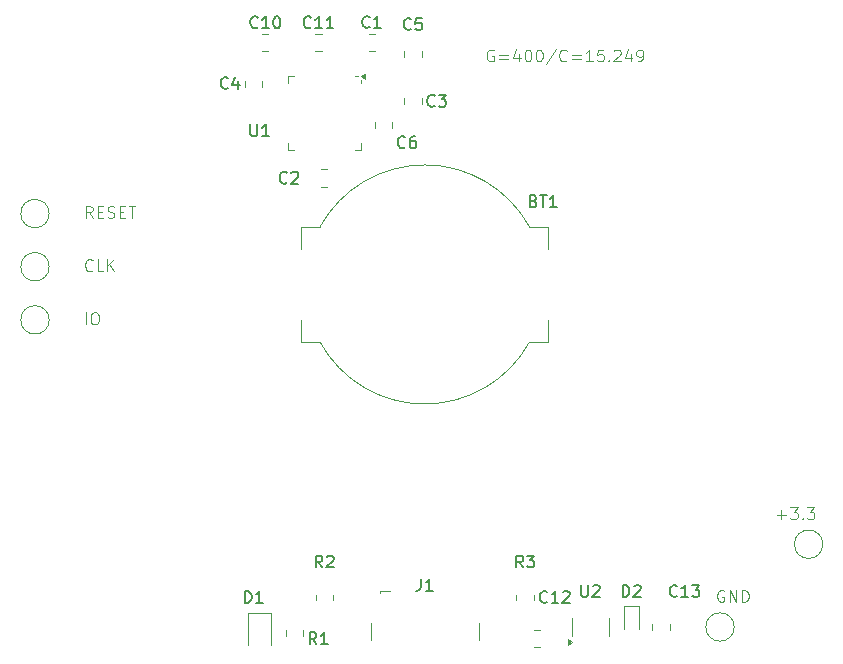
<source format=gbr>
%TF.GenerationSoftware,KiCad,Pcbnew,8.0.3-8.0.3-0~ubuntu24.04.1*%
%TF.CreationDate,2024-06-13T23:21:11+05:00*%
%TF.ProjectId,solartap_mcu_clear_60x60_g400,736f6c61-7274-4617-905f-6d63755f636c,rev?*%
%TF.SameCoordinates,Original*%
%TF.FileFunction,Legend,Top*%
%TF.FilePolarity,Positive*%
%FSLAX46Y46*%
G04 Gerber Fmt 4.6, Leading zero omitted, Abs format (unit mm)*
G04 Created by KiCad (PCBNEW 8.0.3-8.0.3-0~ubuntu24.04.1) date 2024-06-13 23:21:11*
%MOMM*%
%LPD*%
G01*
G04 APERTURE LIST*
%ADD10C,0.100000*%
%ADD11C,0.150000*%
%ADD12C,0.120000*%
G04 APERTURE END LIST*
D10*
X100827693Y-57670038D02*
X100732455Y-57622419D01*
X100732455Y-57622419D02*
X100589598Y-57622419D01*
X100589598Y-57622419D02*
X100446741Y-57670038D01*
X100446741Y-57670038D02*
X100351503Y-57765276D01*
X100351503Y-57765276D02*
X100303884Y-57860514D01*
X100303884Y-57860514D02*
X100256265Y-58050990D01*
X100256265Y-58050990D02*
X100256265Y-58193847D01*
X100256265Y-58193847D02*
X100303884Y-58384323D01*
X100303884Y-58384323D02*
X100351503Y-58479561D01*
X100351503Y-58479561D02*
X100446741Y-58574800D01*
X100446741Y-58574800D02*
X100589598Y-58622419D01*
X100589598Y-58622419D02*
X100684836Y-58622419D01*
X100684836Y-58622419D02*
X100827693Y-58574800D01*
X100827693Y-58574800D02*
X100875312Y-58527180D01*
X100875312Y-58527180D02*
X100875312Y-58193847D01*
X100875312Y-58193847D02*
X100684836Y-58193847D01*
X101303884Y-58098609D02*
X102065789Y-58098609D01*
X102065789Y-58384323D02*
X101303884Y-58384323D01*
X102970550Y-57955752D02*
X102970550Y-58622419D01*
X102732455Y-57574800D02*
X102494360Y-58289085D01*
X102494360Y-58289085D02*
X103113407Y-58289085D01*
X103684836Y-57622419D02*
X103780074Y-57622419D01*
X103780074Y-57622419D02*
X103875312Y-57670038D01*
X103875312Y-57670038D02*
X103922931Y-57717657D01*
X103922931Y-57717657D02*
X103970550Y-57812895D01*
X103970550Y-57812895D02*
X104018169Y-58003371D01*
X104018169Y-58003371D02*
X104018169Y-58241466D01*
X104018169Y-58241466D02*
X103970550Y-58431942D01*
X103970550Y-58431942D02*
X103922931Y-58527180D01*
X103922931Y-58527180D02*
X103875312Y-58574800D01*
X103875312Y-58574800D02*
X103780074Y-58622419D01*
X103780074Y-58622419D02*
X103684836Y-58622419D01*
X103684836Y-58622419D02*
X103589598Y-58574800D01*
X103589598Y-58574800D02*
X103541979Y-58527180D01*
X103541979Y-58527180D02*
X103494360Y-58431942D01*
X103494360Y-58431942D02*
X103446741Y-58241466D01*
X103446741Y-58241466D02*
X103446741Y-58003371D01*
X103446741Y-58003371D02*
X103494360Y-57812895D01*
X103494360Y-57812895D02*
X103541979Y-57717657D01*
X103541979Y-57717657D02*
X103589598Y-57670038D01*
X103589598Y-57670038D02*
X103684836Y-57622419D01*
X104637217Y-57622419D02*
X104732455Y-57622419D01*
X104732455Y-57622419D02*
X104827693Y-57670038D01*
X104827693Y-57670038D02*
X104875312Y-57717657D01*
X104875312Y-57717657D02*
X104922931Y-57812895D01*
X104922931Y-57812895D02*
X104970550Y-58003371D01*
X104970550Y-58003371D02*
X104970550Y-58241466D01*
X104970550Y-58241466D02*
X104922931Y-58431942D01*
X104922931Y-58431942D02*
X104875312Y-58527180D01*
X104875312Y-58527180D02*
X104827693Y-58574800D01*
X104827693Y-58574800D02*
X104732455Y-58622419D01*
X104732455Y-58622419D02*
X104637217Y-58622419D01*
X104637217Y-58622419D02*
X104541979Y-58574800D01*
X104541979Y-58574800D02*
X104494360Y-58527180D01*
X104494360Y-58527180D02*
X104446741Y-58431942D01*
X104446741Y-58431942D02*
X104399122Y-58241466D01*
X104399122Y-58241466D02*
X104399122Y-58003371D01*
X104399122Y-58003371D02*
X104446741Y-57812895D01*
X104446741Y-57812895D02*
X104494360Y-57717657D01*
X104494360Y-57717657D02*
X104541979Y-57670038D01*
X104541979Y-57670038D02*
X104637217Y-57622419D01*
X106113407Y-57574800D02*
X105256265Y-58860514D01*
X107018169Y-58527180D02*
X106970550Y-58574800D01*
X106970550Y-58574800D02*
X106827693Y-58622419D01*
X106827693Y-58622419D02*
X106732455Y-58622419D01*
X106732455Y-58622419D02*
X106589598Y-58574800D01*
X106589598Y-58574800D02*
X106494360Y-58479561D01*
X106494360Y-58479561D02*
X106446741Y-58384323D01*
X106446741Y-58384323D02*
X106399122Y-58193847D01*
X106399122Y-58193847D02*
X106399122Y-58050990D01*
X106399122Y-58050990D02*
X106446741Y-57860514D01*
X106446741Y-57860514D02*
X106494360Y-57765276D01*
X106494360Y-57765276D02*
X106589598Y-57670038D01*
X106589598Y-57670038D02*
X106732455Y-57622419D01*
X106732455Y-57622419D02*
X106827693Y-57622419D01*
X106827693Y-57622419D02*
X106970550Y-57670038D01*
X106970550Y-57670038D02*
X107018169Y-57717657D01*
X107446741Y-58098609D02*
X108208646Y-58098609D01*
X108208646Y-58384323D02*
X107446741Y-58384323D01*
X109208645Y-58622419D02*
X108637217Y-58622419D01*
X108922931Y-58622419D02*
X108922931Y-57622419D01*
X108922931Y-57622419D02*
X108827693Y-57765276D01*
X108827693Y-57765276D02*
X108732455Y-57860514D01*
X108732455Y-57860514D02*
X108637217Y-57908133D01*
X110113407Y-57622419D02*
X109637217Y-57622419D01*
X109637217Y-57622419D02*
X109589598Y-58098609D01*
X109589598Y-58098609D02*
X109637217Y-58050990D01*
X109637217Y-58050990D02*
X109732455Y-58003371D01*
X109732455Y-58003371D02*
X109970550Y-58003371D01*
X109970550Y-58003371D02*
X110065788Y-58050990D01*
X110065788Y-58050990D02*
X110113407Y-58098609D01*
X110113407Y-58098609D02*
X110161026Y-58193847D01*
X110161026Y-58193847D02*
X110161026Y-58431942D01*
X110161026Y-58431942D02*
X110113407Y-58527180D01*
X110113407Y-58527180D02*
X110065788Y-58574800D01*
X110065788Y-58574800D02*
X109970550Y-58622419D01*
X109970550Y-58622419D02*
X109732455Y-58622419D01*
X109732455Y-58622419D02*
X109637217Y-58574800D01*
X109637217Y-58574800D02*
X109589598Y-58527180D01*
X110589598Y-58527180D02*
X110637217Y-58574800D01*
X110637217Y-58574800D02*
X110589598Y-58622419D01*
X110589598Y-58622419D02*
X110541979Y-58574800D01*
X110541979Y-58574800D02*
X110589598Y-58527180D01*
X110589598Y-58527180D02*
X110589598Y-58622419D01*
X111018169Y-57717657D02*
X111065788Y-57670038D01*
X111065788Y-57670038D02*
X111161026Y-57622419D01*
X111161026Y-57622419D02*
X111399121Y-57622419D01*
X111399121Y-57622419D02*
X111494359Y-57670038D01*
X111494359Y-57670038D02*
X111541978Y-57717657D01*
X111541978Y-57717657D02*
X111589597Y-57812895D01*
X111589597Y-57812895D02*
X111589597Y-57908133D01*
X111589597Y-57908133D02*
X111541978Y-58050990D01*
X111541978Y-58050990D02*
X110970550Y-58622419D01*
X110970550Y-58622419D02*
X111589597Y-58622419D01*
X112446740Y-57955752D02*
X112446740Y-58622419D01*
X112208645Y-57574800D02*
X111970550Y-58289085D01*
X111970550Y-58289085D02*
X112589597Y-58289085D01*
X113018169Y-58622419D02*
X113208645Y-58622419D01*
X113208645Y-58622419D02*
X113303883Y-58574800D01*
X113303883Y-58574800D02*
X113351502Y-58527180D01*
X113351502Y-58527180D02*
X113446740Y-58384323D01*
X113446740Y-58384323D02*
X113494359Y-58193847D01*
X113494359Y-58193847D02*
X113494359Y-57812895D01*
X113494359Y-57812895D02*
X113446740Y-57717657D01*
X113446740Y-57717657D02*
X113399121Y-57670038D01*
X113399121Y-57670038D02*
X113303883Y-57622419D01*
X113303883Y-57622419D02*
X113113407Y-57622419D01*
X113113407Y-57622419D02*
X113018169Y-57670038D01*
X113018169Y-57670038D02*
X112970550Y-57717657D01*
X112970550Y-57717657D02*
X112922931Y-57812895D01*
X112922931Y-57812895D02*
X112922931Y-58050990D01*
X112922931Y-58050990D02*
X112970550Y-58146228D01*
X112970550Y-58146228D02*
X113018169Y-58193847D01*
X113018169Y-58193847D02*
X113113407Y-58241466D01*
X113113407Y-58241466D02*
X113303883Y-58241466D01*
X113303883Y-58241466D02*
X113399121Y-58193847D01*
X113399121Y-58193847D02*
X113446740Y-58146228D01*
X113446740Y-58146228D02*
X113494359Y-58050990D01*
X66875312Y-71872419D02*
X66541979Y-71396228D01*
X66303884Y-71872419D02*
X66303884Y-70872419D01*
X66303884Y-70872419D02*
X66684836Y-70872419D01*
X66684836Y-70872419D02*
X66780074Y-70920038D01*
X66780074Y-70920038D02*
X66827693Y-70967657D01*
X66827693Y-70967657D02*
X66875312Y-71062895D01*
X66875312Y-71062895D02*
X66875312Y-71205752D01*
X66875312Y-71205752D02*
X66827693Y-71300990D01*
X66827693Y-71300990D02*
X66780074Y-71348609D01*
X66780074Y-71348609D02*
X66684836Y-71396228D01*
X66684836Y-71396228D02*
X66303884Y-71396228D01*
X67303884Y-71348609D02*
X67637217Y-71348609D01*
X67780074Y-71872419D02*
X67303884Y-71872419D01*
X67303884Y-71872419D02*
X67303884Y-70872419D01*
X67303884Y-70872419D02*
X67780074Y-70872419D01*
X68161027Y-71824800D02*
X68303884Y-71872419D01*
X68303884Y-71872419D02*
X68541979Y-71872419D01*
X68541979Y-71872419D02*
X68637217Y-71824800D01*
X68637217Y-71824800D02*
X68684836Y-71777180D01*
X68684836Y-71777180D02*
X68732455Y-71681942D01*
X68732455Y-71681942D02*
X68732455Y-71586704D01*
X68732455Y-71586704D02*
X68684836Y-71491466D01*
X68684836Y-71491466D02*
X68637217Y-71443847D01*
X68637217Y-71443847D02*
X68541979Y-71396228D01*
X68541979Y-71396228D02*
X68351503Y-71348609D01*
X68351503Y-71348609D02*
X68256265Y-71300990D01*
X68256265Y-71300990D02*
X68208646Y-71253371D01*
X68208646Y-71253371D02*
X68161027Y-71158133D01*
X68161027Y-71158133D02*
X68161027Y-71062895D01*
X68161027Y-71062895D02*
X68208646Y-70967657D01*
X68208646Y-70967657D02*
X68256265Y-70920038D01*
X68256265Y-70920038D02*
X68351503Y-70872419D01*
X68351503Y-70872419D02*
X68589598Y-70872419D01*
X68589598Y-70872419D02*
X68732455Y-70920038D01*
X69161027Y-71348609D02*
X69494360Y-71348609D01*
X69637217Y-71872419D02*
X69161027Y-71872419D01*
X69161027Y-71872419D02*
X69161027Y-70872419D01*
X69161027Y-70872419D02*
X69637217Y-70872419D01*
X69922932Y-70872419D02*
X70494360Y-70872419D01*
X70208646Y-71872419D02*
X70208646Y-70872419D01*
X124803884Y-96991466D02*
X125565789Y-96991466D01*
X125184836Y-97372419D02*
X125184836Y-96610514D01*
X125946741Y-96372419D02*
X126565788Y-96372419D01*
X126565788Y-96372419D02*
X126232455Y-96753371D01*
X126232455Y-96753371D02*
X126375312Y-96753371D01*
X126375312Y-96753371D02*
X126470550Y-96800990D01*
X126470550Y-96800990D02*
X126518169Y-96848609D01*
X126518169Y-96848609D02*
X126565788Y-96943847D01*
X126565788Y-96943847D02*
X126565788Y-97181942D01*
X126565788Y-97181942D02*
X126518169Y-97277180D01*
X126518169Y-97277180D02*
X126470550Y-97324800D01*
X126470550Y-97324800D02*
X126375312Y-97372419D01*
X126375312Y-97372419D02*
X126089598Y-97372419D01*
X126089598Y-97372419D02*
X125994360Y-97324800D01*
X125994360Y-97324800D02*
X125946741Y-97277180D01*
X126994360Y-97277180D02*
X127041979Y-97324800D01*
X127041979Y-97324800D02*
X126994360Y-97372419D01*
X126994360Y-97372419D02*
X126946741Y-97324800D01*
X126946741Y-97324800D02*
X126994360Y-97277180D01*
X126994360Y-97277180D02*
X126994360Y-97372419D01*
X127375312Y-96372419D02*
X127994359Y-96372419D01*
X127994359Y-96372419D02*
X127661026Y-96753371D01*
X127661026Y-96753371D02*
X127803883Y-96753371D01*
X127803883Y-96753371D02*
X127899121Y-96800990D01*
X127899121Y-96800990D02*
X127946740Y-96848609D01*
X127946740Y-96848609D02*
X127994359Y-96943847D01*
X127994359Y-96943847D02*
X127994359Y-97181942D01*
X127994359Y-97181942D02*
X127946740Y-97277180D01*
X127946740Y-97277180D02*
X127899121Y-97324800D01*
X127899121Y-97324800D02*
X127803883Y-97372419D01*
X127803883Y-97372419D02*
X127518169Y-97372419D01*
X127518169Y-97372419D02*
X127422931Y-97324800D01*
X127422931Y-97324800D02*
X127375312Y-97277180D01*
X66303884Y-80872419D02*
X66303884Y-79872419D01*
X66970550Y-79872419D02*
X67161026Y-79872419D01*
X67161026Y-79872419D02*
X67256264Y-79920038D01*
X67256264Y-79920038D02*
X67351502Y-80015276D01*
X67351502Y-80015276D02*
X67399121Y-80205752D01*
X67399121Y-80205752D02*
X67399121Y-80539085D01*
X67399121Y-80539085D02*
X67351502Y-80729561D01*
X67351502Y-80729561D02*
X67256264Y-80824800D01*
X67256264Y-80824800D02*
X67161026Y-80872419D01*
X67161026Y-80872419D02*
X66970550Y-80872419D01*
X66970550Y-80872419D02*
X66875312Y-80824800D01*
X66875312Y-80824800D02*
X66780074Y-80729561D01*
X66780074Y-80729561D02*
X66732455Y-80539085D01*
X66732455Y-80539085D02*
X66732455Y-80205752D01*
X66732455Y-80205752D02*
X66780074Y-80015276D01*
X66780074Y-80015276D02*
X66875312Y-79920038D01*
X66875312Y-79920038D02*
X66970550Y-79872419D01*
X120327693Y-103420038D02*
X120232455Y-103372419D01*
X120232455Y-103372419D02*
X120089598Y-103372419D01*
X120089598Y-103372419D02*
X119946741Y-103420038D01*
X119946741Y-103420038D02*
X119851503Y-103515276D01*
X119851503Y-103515276D02*
X119803884Y-103610514D01*
X119803884Y-103610514D02*
X119756265Y-103800990D01*
X119756265Y-103800990D02*
X119756265Y-103943847D01*
X119756265Y-103943847D02*
X119803884Y-104134323D01*
X119803884Y-104134323D02*
X119851503Y-104229561D01*
X119851503Y-104229561D02*
X119946741Y-104324800D01*
X119946741Y-104324800D02*
X120089598Y-104372419D01*
X120089598Y-104372419D02*
X120184836Y-104372419D01*
X120184836Y-104372419D02*
X120327693Y-104324800D01*
X120327693Y-104324800D02*
X120375312Y-104277180D01*
X120375312Y-104277180D02*
X120375312Y-103943847D01*
X120375312Y-103943847D02*
X120184836Y-103943847D01*
X120803884Y-104372419D02*
X120803884Y-103372419D01*
X120803884Y-103372419D02*
X121375312Y-104372419D01*
X121375312Y-104372419D02*
X121375312Y-103372419D01*
X121851503Y-104372419D02*
X121851503Y-103372419D01*
X121851503Y-103372419D02*
X122089598Y-103372419D01*
X122089598Y-103372419D02*
X122232455Y-103420038D01*
X122232455Y-103420038D02*
X122327693Y-103515276D01*
X122327693Y-103515276D02*
X122375312Y-103610514D01*
X122375312Y-103610514D02*
X122422931Y-103800990D01*
X122422931Y-103800990D02*
X122422931Y-103943847D01*
X122422931Y-103943847D02*
X122375312Y-104134323D01*
X122375312Y-104134323D02*
X122327693Y-104229561D01*
X122327693Y-104229561D02*
X122232455Y-104324800D01*
X122232455Y-104324800D02*
X122089598Y-104372419D01*
X122089598Y-104372419D02*
X121851503Y-104372419D01*
X66875312Y-76277180D02*
X66827693Y-76324800D01*
X66827693Y-76324800D02*
X66684836Y-76372419D01*
X66684836Y-76372419D02*
X66589598Y-76372419D01*
X66589598Y-76372419D02*
X66446741Y-76324800D01*
X66446741Y-76324800D02*
X66351503Y-76229561D01*
X66351503Y-76229561D02*
X66303884Y-76134323D01*
X66303884Y-76134323D02*
X66256265Y-75943847D01*
X66256265Y-75943847D02*
X66256265Y-75800990D01*
X66256265Y-75800990D02*
X66303884Y-75610514D01*
X66303884Y-75610514D02*
X66351503Y-75515276D01*
X66351503Y-75515276D02*
X66446741Y-75420038D01*
X66446741Y-75420038D02*
X66589598Y-75372419D01*
X66589598Y-75372419D02*
X66684836Y-75372419D01*
X66684836Y-75372419D02*
X66827693Y-75420038D01*
X66827693Y-75420038D02*
X66875312Y-75467657D01*
X67780074Y-76372419D02*
X67303884Y-76372419D01*
X67303884Y-76372419D02*
X67303884Y-75372419D01*
X68113408Y-76372419D02*
X68113408Y-75372419D01*
X68684836Y-76372419D02*
X68256265Y-75800990D01*
X68684836Y-75372419D02*
X68113408Y-75943847D01*
D11*
X93833333Y-55859580D02*
X93785714Y-55907200D01*
X93785714Y-55907200D02*
X93642857Y-55954819D01*
X93642857Y-55954819D02*
X93547619Y-55954819D01*
X93547619Y-55954819D02*
X93404762Y-55907200D01*
X93404762Y-55907200D02*
X93309524Y-55811961D01*
X93309524Y-55811961D02*
X93261905Y-55716723D01*
X93261905Y-55716723D02*
X93214286Y-55526247D01*
X93214286Y-55526247D02*
X93214286Y-55383390D01*
X93214286Y-55383390D02*
X93261905Y-55192914D01*
X93261905Y-55192914D02*
X93309524Y-55097676D01*
X93309524Y-55097676D02*
X93404762Y-55002438D01*
X93404762Y-55002438D02*
X93547619Y-54954819D01*
X93547619Y-54954819D02*
X93642857Y-54954819D01*
X93642857Y-54954819D02*
X93785714Y-55002438D01*
X93785714Y-55002438D02*
X93833333Y-55050057D01*
X94738095Y-54954819D02*
X94261905Y-54954819D01*
X94261905Y-54954819D02*
X94214286Y-55431009D01*
X94214286Y-55431009D02*
X94261905Y-55383390D01*
X94261905Y-55383390D02*
X94357143Y-55335771D01*
X94357143Y-55335771D02*
X94595238Y-55335771D01*
X94595238Y-55335771D02*
X94690476Y-55383390D01*
X94690476Y-55383390D02*
X94738095Y-55431009D01*
X94738095Y-55431009D02*
X94785714Y-55526247D01*
X94785714Y-55526247D02*
X94785714Y-55764342D01*
X94785714Y-55764342D02*
X94738095Y-55859580D01*
X94738095Y-55859580D02*
X94690476Y-55907200D01*
X94690476Y-55907200D02*
X94595238Y-55954819D01*
X94595238Y-55954819D02*
X94357143Y-55954819D01*
X94357143Y-55954819D02*
X94261905Y-55907200D01*
X94261905Y-55907200D02*
X94214286Y-55859580D01*
X78333333Y-60859580D02*
X78285714Y-60907200D01*
X78285714Y-60907200D02*
X78142857Y-60954819D01*
X78142857Y-60954819D02*
X78047619Y-60954819D01*
X78047619Y-60954819D02*
X77904762Y-60907200D01*
X77904762Y-60907200D02*
X77809524Y-60811961D01*
X77809524Y-60811961D02*
X77761905Y-60716723D01*
X77761905Y-60716723D02*
X77714286Y-60526247D01*
X77714286Y-60526247D02*
X77714286Y-60383390D01*
X77714286Y-60383390D02*
X77761905Y-60192914D01*
X77761905Y-60192914D02*
X77809524Y-60097676D01*
X77809524Y-60097676D02*
X77904762Y-60002438D01*
X77904762Y-60002438D02*
X78047619Y-59954819D01*
X78047619Y-59954819D02*
X78142857Y-59954819D01*
X78142857Y-59954819D02*
X78285714Y-60002438D01*
X78285714Y-60002438D02*
X78333333Y-60050057D01*
X79190476Y-60288152D02*
X79190476Y-60954819D01*
X78952381Y-59907200D02*
X78714286Y-60621485D01*
X78714286Y-60621485D02*
X79333333Y-60621485D01*
X95833333Y-62359580D02*
X95785714Y-62407200D01*
X95785714Y-62407200D02*
X95642857Y-62454819D01*
X95642857Y-62454819D02*
X95547619Y-62454819D01*
X95547619Y-62454819D02*
X95404762Y-62407200D01*
X95404762Y-62407200D02*
X95309524Y-62311961D01*
X95309524Y-62311961D02*
X95261905Y-62216723D01*
X95261905Y-62216723D02*
X95214286Y-62026247D01*
X95214286Y-62026247D02*
X95214286Y-61883390D01*
X95214286Y-61883390D02*
X95261905Y-61692914D01*
X95261905Y-61692914D02*
X95309524Y-61597676D01*
X95309524Y-61597676D02*
X95404762Y-61502438D01*
X95404762Y-61502438D02*
X95547619Y-61454819D01*
X95547619Y-61454819D02*
X95642857Y-61454819D01*
X95642857Y-61454819D02*
X95785714Y-61502438D01*
X95785714Y-61502438D02*
X95833333Y-61550057D01*
X96166667Y-61454819D02*
X96785714Y-61454819D01*
X96785714Y-61454819D02*
X96452381Y-61835771D01*
X96452381Y-61835771D02*
X96595238Y-61835771D01*
X96595238Y-61835771D02*
X96690476Y-61883390D01*
X96690476Y-61883390D02*
X96738095Y-61931009D01*
X96738095Y-61931009D02*
X96785714Y-62026247D01*
X96785714Y-62026247D02*
X96785714Y-62264342D01*
X96785714Y-62264342D02*
X96738095Y-62359580D01*
X96738095Y-62359580D02*
X96690476Y-62407200D01*
X96690476Y-62407200D02*
X96595238Y-62454819D01*
X96595238Y-62454819D02*
X96309524Y-62454819D01*
X96309524Y-62454819D02*
X96214286Y-62407200D01*
X96214286Y-62407200D02*
X96166667Y-62359580D01*
X105357142Y-104359580D02*
X105309523Y-104407200D01*
X105309523Y-104407200D02*
X105166666Y-104454819D01*
X105166666Y-104454819D02*
X105071428Y-104454819D01*
X105071428Y-104454819D02*
X104928571Y-104407200D01*
X104928571Y-104407200D02*
X104833333Y-104311961D01*
X104833333Y-104311961D02*
X104785714Y-104216723D01*
X104785714Y-104216723D02*
X104738095Y-104026247D01*
X104738095Y-104026247D02*
X104738095Y-103883390D01*
X104738095Y-103883390D02*
X104785714Y-103692914D01*
X104785714Y-103692914D02*
X104833333Y-103597676D01*
X104833333Y-103597676D02*
X104928571Y-103502438D01*
X104928571Y-103502438D02*
X105071428Y-103454819D01*
X105071428Y-103454819D02*
X105166666Y-103454819D01*
X105166666Y-103454819D02*
X105309523Y-103502438D01*
X105309523Y-103502438D02*
X105357142Y-103550057D01*
X106309523Y-104454819D02*
X105738095Y-104454819D01*
X106023809Y-104454819D02*
X106023809Y-103454819D01*
X106023809Y-103454819D02*
X105928571Y-103597676D01*
X105928571Y-103597676D02*
X105833333Y-103692914D01*
X105833333Y-103692914D02*
X105738095Y-103740533D01*
X106690476Y-103550057D02*
X106738095Y-103502438D01*
X106738095Y-103502438D02*
X106833333Y-103454819D01*
X106833333Y-103454819D02*
X107071428Y-103454819D01*
X107071428Y-103454819D02*
X107166666Y-103502438D01*
X107166666Y-103502438D02*
X107214285Y-103550057D01*
X107214285Y-103550057D02*
X107261904Y-103645295D01*
X107261904Y-103645295D02*
X107261904Y-103740533D01*
X107261904Y-103740533D02*
X107214285Y-103883390D01*
X107214285Y-103883390D02*
X106642857Y-104454819D01*
X106642857Y-104454819D02*
X107261904Y-104454819D01*
X116357142Y-103859580D02*
X116309523Y-103907200D01*
X116309523Y-103907200D02*
X116166666Y-103954819D01*
X116166666Y-103954819D02*
X116071428Y-103954819D01*
X116071428Y-103954819D02*
X115928571Y-103907200D01*
X115928571Y-103907200D02*
X115833333Y-103811961D01*
X115833333Y-103811961D02*
X115785714Y-103716723D01*
X115785714Y-103716723D02*
X115738095Y-103526247D01*
X115738095Y-103526247D02*
X115738095Y-103383390D01*
X115738095Y-103383390D02*
X115785714Y-103192914D01*
X115785714Y-103192914D02*
X115833333Y-103097676D01*
X115833333Y-103097676D02*
X115928571Y-103002438D01*
X115928571Y-103002438D02*
X116071428Y-102954819D01*
X116071428Y-102954819D02*
X116166666Y-102954819D01*
X116166666Y-102954819D02*
X116309523Y-103002438D01*
X116309523Y-103002438D02*
X116357142Y-103050057D01*
X117309523Y-103954819D02*
X116738095Y-103954819D01*
X117023809Y-103954819D02*
X117023809Y-102954819D01*
X117023809Y-102954819D02*
X116928571Y-103097676D01*
X116928571Y-103097676D02*
X116833333Y-103192914D01*
X116833333Y-103192914D02*
X116738095Y-103240533D01*
X117642857Y-102954819D02*
X118261904Y-102954819D01*
X118261904Y-102954819D02*
X117928571Y-103335771D01*
X117928571Y-103335771D02*
X118071428Y-103335771D01*
X118071428Y-103335771D02*
X118166666Y-103383390D01*
X118166666Y-103383390D02*
X118214285Y-103431009D01*
X118214285Y-103431009D02*
X118261904Y-103526247D01*
X118261904Y-103526247D02*
X118261904Y-103764342D01*
X118261904Y-103764342D02*
X118214285Y-103859580D01*
X118214285Y-103859580D02*
X118166666Y-103907200D01*
X118166666Y-103907200D02*
X118071428Y-103954819D01*
X118071428Y-103954819D02*
X117785714Y-103954819D01*
X117785714Y-103954819D02*
X117690476Y-103907200D01*
X117690476Y-103907200D02*
X117642857Y-103859580D01*
X85833333Y-107954819D02*
X85500000Y-107478628D01*
X85261905Y-107954819D02*
X85261905Y-106954819D01*
X85261905Y-106954819D02*
X85642857Y-106954819D01*
X85642857Y-106954819D02*
X85738095Y-107002438D01*
X85738095Y-107002438D02*
X85785714Y-107050057D01*
X85785714Y-107050057D02*
X85833333Y-107145295D01*
X85833333Y-107145295D02*
X85833333Y-107288152D01*
X85833333Y-107288152D02*
X85785714Y-107383390D01*
X85785714Y-107383390D02*
X85738095Y-107431009D01*
X85738095Y-107431009D02*
X85642857Y-107478628D01*
X85642857Y-107478628D02*
X85261905Y-107478628D01*
X86785714Y-107954819D02*
X86214286Y-107954819D01*
X86500000Y-107954819D02*
X86500000Y-106954819D01*
X86500000Y-106954819D02*
X86404762Y-107097676D01*
X86404762Y-107097676D02*
X86309524Y-107192914D01*
X86309524Y-107192914D02*
X86214286Y-107240533D01*
X80857142Y-55709580D02*
X80809523Y-55757200D01*
X80809523Y-55757200D02*
X80666666Y-55804819D01*
X80666666Y-55804819D02*
X80571428Y-55804819D01*
X80571428Y-55804819D02*
X80428571Y-55757200D01*
X80428571Y-55757200D02*
X80333333Y-55661961D01*
X80333333Y-55661961D02*
X80285714Y-55566723D01*
X80285714Y-55566723D02*
X80238095Y-55376247D01*
X80238095Y-55376247D02*
X80238095Y-55233390D01*
X80238095Y-55233390D02*
X80285714Y-55042914D01*
X80285714Y-55042914D02*
X80333333Y-54947676D01*
X80333333Y-54947676D02*
X80428571Y-54852438D01*
X80428571Y-54852438D02*
X80571428Y-54804819D01*
X80571428Y-54804819D02*
X80666666Y-54804819D01*
X80666666Y-54804819D02*
X80809523Y-54852438D01*
X80809523Y-54852438D02*
X80857142Y-54900057D01*
X81809523Y-55804819D02*
X81238095Y-55804819D01*
X81523809Y-55804819D02*
X81523809Y-54804819D01*
X81523809Y-54804819D02*
X81428571Y-54947676D01*
X81428571Y-54947676D02*
X81333333Y-55042914D01*
X81333333Y-55042914D02*
X81238095Y-55090533D01*
X82428571Y-54804819D02*
X82523809Y-54804819D01*
X82523809Y-54804819D02*
X82619047Y-54852438D01*
X82619047Y-54852438D02*
X82666666Y-54900057D01*
X82666666Y-54900057D02*
X82714285Y-54995295D01*
X82714285Y-54995295D02*
X82761904Y-55185771D01*
X82761904Y-55185771D02*
X82761904Y-55423866D01*
X82761904Y-55423866D02*
X82714285Y-55614342D01*
X82714285Y-55614342D02*
X82666666Y-55709580D01*
X82666666Y-55709580D02*
X82619047Y-55757200D01*
X82619047Y-55757200D02*
X82523809Y-55804819D01*
X82523809Y-55804819D02*
X82428571Y-55804819D01*
X82428571Y-55804819D02*
X82333333Y-55757200D01*
X82333333Y-55757200D02*
X82285714Y-55709580D01*
X82285714Y-55709580D02*
X82238095Y-55614342D01*
X82238095Y-55614342D02*
X82190476Y-55423866D01*
X82190476Y-55423866D02*
X82190476Y-55185771D01*
X82190476Y-55185771D02*
X82238095Y-54995295D01*
X82238095Y-54995295D02*
X82285714Y-54900057D01*
X82285714Y-54900057D02*
X82333333Y-54852438D01*
X82333333Y-54852438D02*
X82428571Y-54804819D01*
X85357142Y-55709580D02*
X85309523Y-55757200D01*
X85309523Y-55757200D02*
X85166666Y-55804819D01*
X85166666Y-55804819D02*
X85071428Y-55804819D01*
X85071428Y-55804819D02*
X84928571Y-55757200D01*
X84928571Y-55757200D02*
X84833333Y-55661961D01*
X84833333Y-55661961D02*
X84785714Y-55566723D01*
X84785714Y-55566723D02*
X84738095Y-55376247D01*
X84738095Y-55376247D02*
X84738095Y-55233390D01*
X84738095Y-55233390D02*
X84785714Y-55042914D01*
X84785714Y-55042914D02*
X84833333Y-54947676D01*
X84833333Y-54947676D02*
X84928571Y-54852438D01*
X84928571Y-54852438D02*
X85071428Y-54804819D01*
X85071428Y-54804819D02*
X85166666Y-54804819D01*
X85166666Y-54804819D02*
X85309523Y-54852438D01*
X85309523Y-54852438D02*
X85357142Y-54900057D01*
X86309523Y-55804819D02*
X85738095Y-55804819D01*
X86023809Y-55804819D02*
X86023809Y-54804819D01*
X86023809Y-54804819D02*
X85928571Y-54947676D01*
X85928571Y-54947676D02*
X85833333Y-55042914D01*
X85833333Y-55042914D02*
X85738095Y-55090533D01*
X87261904Y-55804819D02*
X86690476Y-55804819D01*
X86976190Y-55804819D02*
X86976190Y-54804819D01*
X86976190Y-54804819D02*
X86880952Y-54947676D01*
X86880952Y-54947676D02*
X86785714Y-55042914D01*
X86785714Y-55042914D02*
X86690476Y-55090533D01*
X94666666Y-102439819D02*
X94666666Y-103154104D01*
X94666666Y-103154104D02*
X94619047Y-103296961D01*
X94619047Y-103296961D02*
X94523809Y-103392200D01*
X94523809Y-103392200D02*
X94380952Y-103439819D01*
X94380952Y-103439819D02*
X94285714Y-103439819D01*
X95666666Y-103439819D02*
X95095238Y-103439819D01*
X95380952Y-103439819D02*
X95380952Y-102439819D01*
X95380952Y-102439819D02*
X95285714Y-102582676D01*
X95285714Y-102582676D02*
X95190476Y-102677914D01*
X95190476Y-102677914D02*
X95095238Y-102725533D01*
X79761905Y-104454819D02*
X79761905Y-103454819D01*
X79761905Y-103454819D02*
X80000000Y-103454819D01*
X80000000Y-103454819D02*
X80142857Y-103502438D01*
X80142857Y-103502438D02*
X80238095Y-103597676D01*
X80238095Y-103597676D02*
X80285714Y-103692914D01*
X80285714Y-103692914D02*
X80333333Y-103883390D01*
X80333333Y-103883390D02*
X80333333Y-104026247D01*
X80333333Y-104026247D02*
X80285714Y-104216723D01*
X80285714Y-104216723D02*
X80238095Y-104311961D01*
X80238095Y-104311961D02*
X80142857Y-104407200D01*
X80142857Y-104407200D02*
X80000000Y-104454819D01*
X80000000Y-104454819D02*
X79761905Y-104454819D01*
X81285714Y-104454819D02*
X80714286Y-104454819D01*
X81000000Y-104454819D02*
X81000000Y-103454819D01*
X81000000Y-103454819D02*
X80904762Y-103597676D01*
X80904762Y-103597676D02*
X80809524Y-103692914D01*
X80809524Y-103692914D02*
X80714286Y-103740533D01*
X80238095Y-63954819D02*
X80238095Y-64764342D01*
X80238095Y-64764342D02*
X80285714Y-64859580D01*
X80285714Y-64859580D02*
X80333333Y-64907200D01*
X80333333Y-64907200D02*
X80428571Y-64954819D01*
X80428571Y-64954819D02*
X80619047Y-64954819D01*
X80619047Y-64954819D02*
X80714285Y-64907200D01*
X80714285Y-64907200D02*
X80761904Y-64859580D01*
X80761904Y-64859580D02*
X80809523Y-64764342D01*
X80809523Y-64764342D02*
X80809523Y-63954819D01*
X81809523Y-64954819D02*
X81238095Y-64954819D01*
X81523809Y-64954819D02*
X81523809Y-63954819D01*
X81523809Y-63954819D02*
X81428571Y-64097676D01*
X81428571Y-64097676D02*
X81333333Y-64192914D01*
X81333333Y-64192914D02*
X81238095Y-64240533D01*
X93333333Y-65859580D02*
X93285714Y-65907200D01*
X93285714Y-65907200D02*
X93142857Y-65954819D01*
X93142857Y-65954819D02*
X93047619Y-65954819D01*
X93047619Y-65954819D02*
X92904762Y-65907200D01*
X92904762Y-65907200D02*
X92809524Y-65811961D01*
X92809524Y-65811961D02*
X92761905Y-65716723D01*
X92761905Y-65716723D02*
X92714286Y-65526247D01*
X92714286Y-65526247D02*
X92714286Y-65383390D01*
X92714286Y-65383390D02*
X92761905Y-65192914D01*
X92761905Y-65192914D02*
X92809524Y-65097676D01*
X92809524Y-65097676D02*
X92904762Y-65002438D01*
X92904762Y-65002438D02*
X93047619Y-64954819D01*
X93047619Y-64954819D02*
X93142857Y-64954819D01*
X93142857Y-64954819D02*
X93285714Y-65002438D01*
X93285714Y-65002438D02*
X93333333Y-65050057D01*
X94190476Y-64954819D02*
X94000000Y-64954819D01*
X94000000Y-64954819D02*
X93904762Y-65002438D01*
X93904762Y-65002438D02*
X93857143Y-65050057D01*
X93857143Y-65050057D02*
X93761905Y-65192914D01*
X93761905Y-65192914D02*
X93714286Y-65383390D01*
X93714286Y-65383390D02*
X93714286Y-65764342D01*
X93714286Y-65764342D02*
X93761905Y-65859580D01*
X93761905Y-65859580D02*
X93809524Y-65907200D01*
X93809524Y-65907200D02*
X93904762Y-65954819D01*
X93904762Y-65954819D02*
X94095238Y-65954819D01*
X94095238Y-65954819D02*
X94190476Y-65907200D01*
X94190476Y-65907200D02*
X94238095Y-65859580D01*
X94238095Y-65859580D02*
X94285714Y-65764342D01*
X94285714Y-65764342D02*
X94285714Y-65526247D01*
X94285714Y-65526247D02*
X94238095Y-65431009D01*
X94238095Y-65431009D02*
X94190476Y-65383390D01*
X94190476Y-65383390D02*
X94095238Y-65335771D01*
X94095238Y-65335771D02*
X93904762Y-65335771D01*
X93904762Y-65335771D02*
X93809524Y-65383390D01*
X93809524Y-65383390D02*
X93761905Y-65431009D01*
X93761905Y-65431009D02*
X93714286Y-65526247D01*
X83333333Y-68859580D02*
X83285714Y-68907200D01*
X83285714Y-68907200D02*
X83142857Y-68954819D01*
X83142857Y-68954819D02*
X83047619Y-68954819D01*
X83047619Y-68954819D02*
X82904762Y-68907200D01*
X82904762Y-68907200D02*
X82809524Y-68811961D01*
X82809524Y-68811961D02*
X82761905Y-68716723D01*
X82761905Y-68716723D02*
X82714286Y-68526247D01*
X82714286Y-68526247D02*
X82714286Y-68383390D01*
X82714286Y-68383390D02*
X82761905Y-68192914D01*
X82761905Y-68192914D02*
X82809524Y-68097676D01*
X82809524Y-68097676D02*
X82904762Y-68002438D01*
X82904762Y-68002438D02*
X83047619Y-67954819D01*
X83047619Y-67954819D02*
X83142857Y-67954819D01*
X83142857Y-67954819D02*
X83285714Y-68002438D01*
X83285714Y-68002438D02*
X83333333Y-68050057D01*
X83714286Y-68050057D02*
X83761905Y-68002438D01*
X83761905Y-68002438D02*
X83857143Y-67954819D01*
X83857143Y-67954819D02*
X84095238Y-67954819D01*
X84095238Y-67954819D02*
X84190476Y-68002438D01*
X84190476Y-68002438D02*
X84238095Y-68050057D01*
X84238095Y-68050057D02*
X84285714Y-68145295D01*
X84285714Y-68145295D02*
X84285714Y-68240533D01*
X84285714Y-68240533D02*
X84238095Y-68383390D01*
X84238095Y-68383390D02*
X83666667Y-68954819D01*
X83666667Y-68954819D02*
X84285714Y-68954819D01*
X108238095Y-102954819D02*
X108238095Y-103764342D01*
X108238095Y-103764342D02*
X108285714Y-103859580D01*
X108285714Y-103859580D02*
X108333333Y-103907200D01*
X108333333Y-103907200D02*
X108428571Y-103954819D01*
X108428571Y-103954819D02*
X108619047Y-103954819D01*
X108619047Y-103954819D02*
X108714285Y-103907200D01*
X108714285Y-103907200D02*
X108761904Y-103859580D01*
X108761904Y-103859580D02*
X108809523Y-103764342D01*
X108809523Y-103764342D02*
X108809523Y-102954819D01*
X109238095Y-103050057D02*
X109285714Y-103002438D01*
X109285714Y-103002438D02*
X109380952Y-102954819D01*
X109380952Y-102954819D02*
X109619047Y-102954819D01*
X109619047Y-102954819D02*
X109714285Y-103002438D01*
X109714285Y-103002438D02*
X109761904Y-103050057D01*
X109761904Y-103050057D02*
X109809523Y-103145295D01*
X109809523Y-103145295D02*
X109809523Y-103240533D01*
X109809523Y-103240533D02*
X109761904Y-103383390D01*
X109761904Y-103383390D02*
X109190476Y-103954819D01*
X109190476Y-103954819D02*
X109809523Y-103954819D01*
X111761905Y-103954819D02*
X111761905Y-102954819D01*
X111761905Y-102954819D02*
X112000000Y-102954819D01*
X112000000Y-102954819D02*
X112142857Y-103002438D01*
X112142857Y-103002438D02*
X112238095Y-103097676D01*
X112238095Y-103097676D02*
X112285714Y-103192914D01*
X112285714Y-103192914D02*
X112333333Y-103383390D01*
X112333333Y-103383390D02*
X112333333Y-103526247D01*
X112333333Y-103526247D02*
X112285714Y-103716723D01*
X112285714Y-103716723D02*
X112238095Y-103811961D01*
X112238095Y-103811961D02*
X112142857Y-103907200D01*
X112142857Y-103907200D02*
X112000000Y-103954819D01*
X112000000Y-103954819D02*
X111761905Y-103954819D01*
X112714286Y-103050057D02*
X112761905Y-103002438D01*
X112761905Y-103002438D02*
X112857143Y-102954819D01*
X112857143Y-102954819D02*
X113095238Y-102954819D01*
X113095238Y-102954819D02*
X113190476Y-103002438D01*
X113190476Y-103002438D02*
X113238095Y-103050057D01*
X113238095Y-103050057D02*
X113285714Y-103145295D01*
X113285714Y-103145295D02*
X113285714Y-103240533D01*
X113285714Y-103240533D02*
X113238095Y-103383390D01*
X113238095Y-103383390D02*
X112666667Y-103954819D01*
X112666667Y-103954819D02*
X113285714Y-103954819D01*
X90333333Y-55679580D02*
X90285714Y-55727200D01*
X90285714Y-55727200D02*
X90142857Y-55774819D01*
X90142857Y-55774819D02*
X90047619Y-55774819D01*
X90047619Y-55774819D02*
X89904762Y-55727200D01*
X89904762Y-55727200D02*
X89809524Y-55631961D01*
X89809524Y-55631961D02*
X89761905Y-55536723D01*
X89761905Y-55536723D02*
X89714286Y-55346247D01*
X89714286Y-55346247D02*
X89714286Y-55203390D01*
X89714286Y-55203390D02*
X89761905Y-55012914D01*
X89761905Y-55012914D02*
X89809524Y-54917676D01*
X89809524Y-54917676D02*
X89904762Y-54822438D01*
X89904762Y-54822438D02*
X90047619Y-54774819D01*
X90047619Y-54774819D02*
X90142857Y-54774819D01*
X90142857Y-54774819D02*
X90285714Y-54822438D01*
X90285714Y-54822438D02*
X90333333Y-54870057D01*
X91285714Y-55774819D02*
X90714286Y-55774819D01*
X91000000Y-55774819D02*
X91000000Y-54774819D01*
X91000000Y-54774819D02*
X90904762Y-54917676D01*
X90904762Y-54917676D02*
X90809524Y-55012914D01*
X90809524Y-55012914D02*
X90714286Y-55060533D01*
X86333333Y-101454819D02*
X86000000Y-100978628D01*
X85761905Y-101454819D02*
X85761905Y-100454819D01*
X85761905Y-100454819D02*
X86142857Y-100454819D01*
X86142857Y-100454819D02*
X86238095Y-100502438D01*
X86238095Y-100502438D02*
X86285714Y-100550057D01*
X86285714Y-100550057D02*
X86333333Y-100645295D01*
X86333333Y-100645295D02*
X86333333Y-100788152D01*
X86333333Y-100788152D02*
X86285714Y-100883390D01*
X86285714Y-100883390D02*
X86238095Y-100931009D01*
X86238095Y-100931009D02*
X86142857Y-100978628D01*
X86142857Y-100978628D02*
X85761905Y-100978628D01*
X86714286Y-100550057D02*
X86761905Y-100502438D01*
X86761905Y-100502438D02*
X86857143Y-100454819D01*
X86857143Y-100454819D02*
X87095238Y-100454819D01*
X87095238Y-100454819D02*
X87190476Y-100502438D01*
X87190476Y-100502438D02*
X87238095Y-100550057D01*
X87238095Y-100550057D02*
X87285714Y-100645295D01*
X87285714Y-100645295D02*
X87285714Y-100740533D01*
X87285714Y-100740533D02*
X87238095Y-100883390D01*
X87238095Y-100883390D02*
X86666667Y-101454819D01*
X86666667Y-101454819D02*
X87285714Y-101454819D01*
X104214285Y-70431009D02*
X104357142Y-70478628D01*
X104357142Y-70478628D02*
X104404761Y-70526247D01*
X104404761Y-70526247D02*
X104452380Y-70621485D01*
X104452380Y-70621485D02*
X104452380Y-70764342D01*
X104452380Y-70764342D02*
X104404761Y-70859580D01*
X104404761Y-70859580D02*
X104357142Y-70907200D01*
X104357142Y-70907200D02*
X104261904Y-70954819D01*
X104261904Y-70954819D02*
X103880952Y-70954819D01*
X103880952Y-70954819D02*
X103880952Y-69954819D01*
X103880952Y-69954819D02*
X104214285Y-69954819D01*
X104214285Y-69954819D02*
X104309523Y-70002438D01*
X104309523Y-70002438D02*
X104357142Y-70050057D01*
X104357142Y-70050057D02*
X104404761Y-70145295D01*
X104404761Y-70145295D02*
X104404761Y-70240533D01*
X104404761Y-70240533D02*
X104357142Y-70335771D01*
X104357142Y-70335771D02*
X104309523Y-70383390D01*
X104309523Y-70383390D02*
X104214285Y-70431009D01*
X104214285Y-70431009D02*
X103880952Y-70431009D01*
X104738095Y-69954819D02*
X105309523Y-69954819D01*
X105023809Y-70954819D02*
X105023809Y-69954819D01*
X106166666Y-70954819D02*
X105595238Y-70954819D01*
X105880952Y-70954819D02*
X105880952Y-69954819D01*
X105880952Y-69954819D02*
X105785714Y-70097676D01*
X105785714Y-70097676D02*
X105690476Y-70192914D01*
X105690476Y-70192914D02*
X105595238Y-70240533D01*
X103333333Y-101454819D02*
X103000000Y-100978628D01*
X102761905Y-101454819D02*
X102761905Y-100454819D01*
X102761905Y-100454819D02*
X103142857Y-100454819D01*
X103142857Y-100454819D02*
X103238095Y-100502438D01*
X103238095Y-100502438D02*
X103285714Y-100550057D01*
X103285714Y-100550057D02*
X103333333Y-100645295D01*
X103333333Y-100645295D02*
X103333333Y-100788152D01*
X103333333Y-100788152D02*
X103285714Y-100883390D01*
X103285714Y-100883390D02*
X103238095Y-100931009D01*
X103238095Y-100931009D02*
X103142857Y-100978628D01*
X103142857Y-100978628D02*
X102761905Y-100978628D01*
X103666667Y-100454819D02*
X104285714Y-100454819D01*
X104285714Y-100454819D02*
X103952381Y-100835771D01*
X103952381Y-100835771D02*
X104095238Y-100835771D01*
X104095238Y-100835771D02*
X104190476Y-100883390D01*
X104190476Y-100883390D02*
X104238095Y-100931009D01*
X104238095Y-100931009D02*
X104285714Y-101026247D01*
X104285714Y-101026247D02*
X104285714Y-101264342D01*
X104285714Y-101264342D02*
X104238095Y-101359580D01*
X104238095Y-101359580D02*
X104190476Y-101407200D01*
X104190476Y-101407200D02*
X104095238Y-101454819D01*
X104095238Y-101454819D02*
X103809524Y-101454819D01*
X103809524Y-101454819D02*
X103714286Y-101407200D01*
X103714286Y-101407200D02*
X103666667Y-101359580D01*
D12*
%TO.C,TP1*%
X63200000Y-71500000D02*
G75*
G02*
X60800000Y-71500000I-1200000J0D01*
G01*
X60800000Y-71500000D02*
G75*
G02*
X63200000Y-71500000I1200000J0D01*
G01*
%TO.C,C5*%
X93265000Y-58261252D02*
X93265000Y-57738748D01*
X94735000Y-58261252D02*
X94735000Y-57738748D01*
%TO.C,C4*%
X79765000Y-60791252D02*
X79765000Y-60268748D01*
X81235000Y-60791252D02*
X81235000Y-60268748D01*
%TO.C,C3*%
X93265000Y-61738748D02*
X93265000Y-62261252D01*
X94735000Y-61738748D02*
X94735000Y-62261252D01*
%TO.C,TP2*%
X63200000Y-76000000D02*
G75*
G02*
X60800000Y-76000000I-1200000J0D01*
G01*
X60800000Y-76000000D02*
G75*
G02*
X63200000Y-76000000I1200000J0D01*
G01*
%TO.C,C12*%
X104238748Y-106765000D02*
X104761252Y-106765000D01*
X104238748Y-108235000D02*
X104761252Y-108235000D01*
%TO.C,TP3*%
X63200000Y-80500000D02*
G75*
G02*
X60800000Y-80500000I-1200000J0D01*
G01*
X60800000Y-80500000D02*
G75*
G02*
X63200000Y-80500000I1200000J0D01*
G01*
%TO.C,C13*%
X114265000Y-106238748D02*
X114265000Y-106761252D01*
X115735000Y-106238748D02*
X115735000Y-106761252D01*
%TO.C,R1*%
X83265000Y-107227064D02*
X83265000Y-106772936D01*
X84735000Y-107227064D02*
X84735000Y-106772936D01*
%TO.C,C10*%
X81238748Y-56295000D02*
X81761252Y-56295000D01*
X81238748Y-57765000D02*
X81761252Y-57765000D01*
%TO.C,C11*%
X85738748Y-56295000D02*
X86261252Y-56295000D01*
X85738748Y-57765000D02*
X86261252Y-57765000D01*
%TO.C,TP6*%
X121200000Y-106500000D02*
G75*
G02*
X118800000Y-106500000I-1200000J0D01*
G01*
X118800000Y-106500000D02*
G75*
G02*
X121200000Y-106500000I1200000J0D01*
G01*
%TO.C,J1*%
X99580000Y-107565000D02*
X99580000Y-106155000D01*
X92040000Y-103485000D02*
X91240000Y-103485000D01*
X91240000Y-103485000D02*
X91240000Y-103635000D01*
X90420000Y-107565000D02*
X90420000Y-106155000D01*
%TO.C,D1*%
X80040000Y-105315000D02*
X80040000Y-108000000D01*
X81960000Y-105315000D02*
X80040000Y-105315000D01*
X81960000Y-108000000D02*
X81960000Y-105315000D01*
%TO.C,U1*%
X83390000Y-59890000D02*
X83940000Y-59890000D01*
X83390000Y-60440000D02*
X83390000Y-59890000D01*
X83390000Y-65560000D02*
X83390000Y-66110000D01*
X83390000Y-66110000D02*
X83940000Y-66110000D01*
X89060000Y-59890000D02*
X89370000Y-59890000D01*
X89610000Y-60440000D02*
X89610000Y-60190000D01*
X89610000Y-65560000D02*
X89610000Y-66110000D01*
X89610000Y-66110000D02*
X89060000Y-66110000D01*
X89940000Y-60130000D02*
X89610000Y-59890000D01*
X89940000Y-59650000D01*
X89940000Y-60130000D01*
G36*
X89940000Y-60130000D02*
G01*
X89610000Y-59890000D01*
X89940000Y-59650000D01*
X89940000Y-60130000D01*
G37*
%TO.C,C6*%
X90765000Y-64261252D02*
X90765000Y-63738748D01*
X92235000Y-64261252D02*
X92235000Y-63738748D01*
%TO.C,C2*%
X86761252Y-67765000D02*
X86238748Y-67765000D01*
X86761252Y-69235000D02*
X86238748Y-69235000D01*
%TO.C,TP5*%
X128700000Y-99500000D02*
G75*
G02*
X126300000Y-99500000I-1200000J0D01*
G01*
X126300000Y-99500000D02*
G75*
G02*
X128700000Y-99500000I1200000J0D01*
G01*
%TO.C,U2*%
X107490000Y-107800000D02*
X107160000Y-108040000D01*
X107160000Y-107560000D01*
X107490000Y-107800000D01*
G36*
X107490000Y-107800000D02*
G01*
X107160000Y-108040000D01*
X107160000Y-107560000D01*
X107490000Y-107800000D01*
G37*
X110560000Y-106500000D02*
X110560000Y-107300000D01*
X110560000Y-106500000D02*
X110560000Y-105700000D01*
X107440000Y-106500000D02*
X107440000Y-107300000D01*
X107440000Y-106500000D02*
X107440000Y-105700000D01*
%TO.C,D2*%
X113100000Y-106700000D02*
X113100000Y-104740000D01*
X113100000Y-104740000D02*
X111900000Y-104740000D01*
X111900000Y-106700000D02*
X111900000Y-104740000D01*
%TO.C,C1*%
X90238748Y-56265000D02*
X90761252Y-56265000D01*
X90238748Y-57735000D02*
X90761252Y-57735000D01*
%TO.C,R2*%
X85765000Y-104227064D02*
X85765000Y-103772936D01*
X87235000Y-104227064D02*
X87235000Y-103772936D01*
%TO.C,BT1*%
X84530000Y-72615000D02*
X86137090Y-72615000D01*
X84530000Y-74500000D02*
X84530000Y-72615000D01*
X84530000Y-80500000D02*
X84530000Y-82385000D01*
X84530000Y-82385000D02*
X86137090Y-82385000D01*
X105470000Y-72615000D02*
X103862910Y-72615000D01*
X105470000Y-74500000D02*
X105470000Y-72615000D01*
X105470000Y-80500000D02*
X105470000Y-82385000D01*
X105470000Y-82385000D02*
X103862910Y-82385000D01*
X86137090Y-72615000D02*
G75*
G02*
X103862910Y-72615000I8862910J-4885000D01*
G01*
X103865021Y-82381168D02*
G75*
G02*
X86137090Y-82385000I-8865021J4881167D01*
G01*
%TO.C,R3*%
X102765000Y-103772936D02*
X102765000Y-104227064D01*
X104235000Y-103772936D02*
X104235000Y-104227064D01*
%TD*%
M02*

</source>
